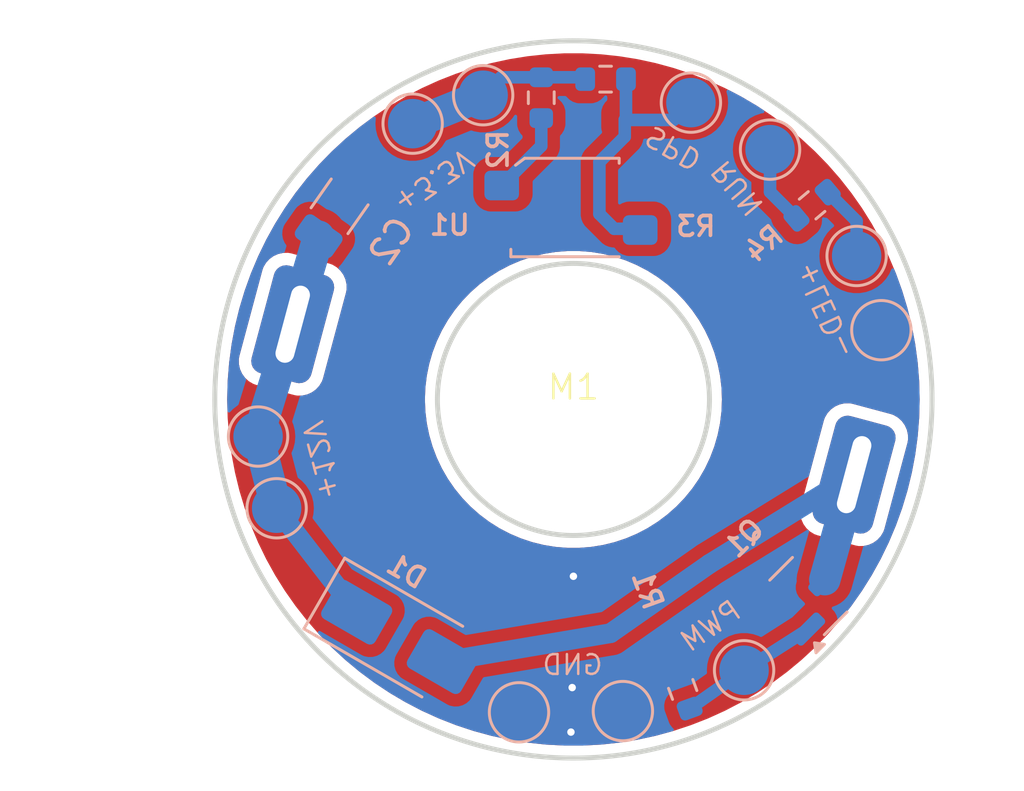
<source format=kicad_pcb>
(kicad_pcb (version 20240108) (generator "pcbnew") (generator_version "8.0")
  (layers (0 "F.Cu" signal) (31 "B.Cu" signal) (34 "B.Paste" user) (35 "F.Paste" user) (36 "B.SilkS" user "B.Silkscreen") (37 "F.SilkS" user "F.Silkscreen") (38 "B.Mask" user) (39 "F.Mask" user) (44 "Edge.Cuts" user))
  (net 0 "")
  (net 1 "GND")
  (net 2 "Net-(D1-A)")
  (net 3 "Net-(U1-A)")
  (net 4 "Net-(U1-C)")
  (net 5 "Net-(D1-K)")
  (net 6 "Net-(Q1-G)")
  (net 7 "Net-(P2-Pad1)")
  (net 8 "Net-(P7-Pad1)")
  (net 9 "Net-(P10-Pad1)")
  (footprint "Library:MOTOR_CKP_DC_S08" (layer "F.Cu") (at 119.45 74.25)
    (property "Reference" "M1" (at 0 -0.5 0) (layer "F.SilkS") (effects (font (thickness 0.1))))
    (property "Value" "CKP-DC-S08")
    (fp_circle (center 0 0) (end 5.5 0) (stroke (width 0.2)) (fill none) (layer "Edge.Cuts"))
    (pad "1" thru_hole roundrect (at -11.349628 -3.041124 345) (size 2.5 4.5) (drill oval 0.762 3.2) (layers "*.Cu" "*.Mask") (roundrect_rratio 0.2) (net 5 "Net-(D1-K)"))
    (pad "2" thru_hole roundrect (at 11.349628 3.041124 345) (size 2.5 4.5) (drill oval 0.762 3.2) (layers "*.Cu" "*.Mask") (roundrect_rratio 0.2) (net 2 "Net-(D1-A)"))
  )
  (footprint "Library:Everlight_ITR8307" (layer "B.Cu") (at 119.35 66.5 -90)
    (property "Reference" "U1" (at 0.7 4.9 0) (layer "B.SilkS") (effects (font (size 0.8 0.8)) (justify mirror)))
    (property "Value" "ITR8307")
    (fp_line (start 1.68 2.43) (end 1.98 2.43) (stroke (width 0.12)) (layer "B.SilkS"))
    (fp_line (start -2 1.87) (end -1.72 2.24) (stroke (width 0.12)) (layer "B.SilkS"))
    (fp_line (start -2 -1.94) (end -2 1.87) (stroke (width 0.12)) (layer "B.SilkS"))
    (fp_line (start -1.8 -1.95) (end -2 -1.95) (stroke (width 0.12)) (layer "B.SilkS"))
    (fp_line (start 1.98 -1.95) (end 1.98 2.43) (stroke (width 0.12)) (layer "B.SilkS"))
    (pad "1" smd roundrect (at -0.9 -2.8 90) (size 1.2 1.4) (layers "B.Cu" "B.Paste" "B.Mask") (roundrect_rratio 0.2) (net 1 "GND"))
    (pad "2" smd roundrect (at -0.9 2.8 90) (size 1.2 1.4) (layers "B.Cu" "B.Paste" "B.Mask") (roundrect_rratio 0.2) (net 3 "Net-(U1-A)"))
    (pad "3" smd roundrect (at 0.9 -2.8 90) (size 1.2 1.4) (layers "B.Cu" "B.Paste" "B.Mask") (roundrect_rratio 0.2) (net 4 "Net-(U1-C)"))
    (pad "4" smd roundrect (at 0.9 2.8 90) (size 1.2 1.4) (layers "B.Cu" "B.Paste" "B.Mask") (roundrect_rratio 0.2) (net 1 "GND"))
  )
  (footprint "Library:TestPoint_Pad_D2.0mm" (layer "B.Cu") (at 121.45 86.85 180)
    (property "Reference" "P9" (hide yes))
    (property "Value" "GND")
    (fp_circle (center 0 0) (end 0 -1.2) (stroke (width 0.12)) (fill none) (layer "B.SilkS"))
    (pad "1" smd circle (at 0 0) (size 2 2) (layers "B.Cu" "B.Mask") (net 1 "GND"))
  )
  (footprint "Library:SOT-23" (layer "B.Cu") (at 128.95 82.2 45)
    (property "Reference" "Q1" (at -0.176777 -3.500179 45) (layer "B.SilkS") (effects (font (size 0.8 0.8)) (justify mirror)))
    (property "Value" "AO3400A")
    (fp_line (start -0.65 -1.56) (end 0 -1.560001) (stroke (width 0.12)) (layer "B.SilkS"))
    (fp_line (start 0.65 -1.56) (end 0 -1.560001) (stroke (width 0.12)) (layer "B.SilkS"))
    (fp_line (start -0.65 1.56) (end 0 1.560001) (stroke (width 0.12)) (layer "B.SilkS"))
    (fp_line (start 0.65 1.56) (end 0 1.560001) (stroke (width 0.12)) (layer "B.SilkS"))
    (fp_poly (pts (xy -1.1625 1.51) (xy -1.4025 1.84) (xy -0.9225 1.839999) (xy -1.1625 1.51)) (stroke (width 0.12)) (fill solid) (layer "B.SilkS"))
    (pad "1" smd roundrect (at -0.9375 0.95 225) (size 1.475 0.6) (layers "B.Cu" "B.Paste" "B.Mask") (net 6 "Net-(Q1-G)"))
    (pad "2" smd roundrect (at -0.9375 -0.95 225) (size 1.475 0.6) (layers "B.Cu" "B.Paste" "B.Mask") (net 1 "GND"))
    (pad "3" smd roundrect (at 0.937501 0 225) (size 1.475 0.6) (layers "B.Cu" "B.Paste" "B.Mask") (net 2 "Net-(D1-A)"))
  )
  (footprint "Library:TestPoint_Pad_D2.0mm" (layer "B.Cu") (at 130.9 68.45 180)
    (property "Reference" "P10" (hide yes))
    (property "Value" "LED+")
    (fp_circle (center 0 0) (end 0 -1.2) (stroke (width 0.12)) (fill none) (layer "B.SilkS"))
    (pad "1" smd circle (at 0 0) (size 2 2) (layers "B.Cu" "B.Mask") (net 9 "Net-(P10-Pad1)"))
  )
  (footprint "Library:D_SMA" (layer "B.Cu") (at 112.417949 83.85 -30)
    (property "Reference" "D1" (at -1.080737 -2.435993 150) (layer "B.SilkS") (effects (font (size 0.8 0.8)) (justify mirror)))
    (property "Value" "SS14")
    (fp_line (start -3.510001 -1.65) (end -3.51 1.65) (stroke (width 0.12)) (layer "B.SilkS"))
    (fp_line (start 2 1.65) (end -3.51 1.65) (stroke (width 0.12)) (layer "B.SilkS"))
    (fp_line (start 2 -1.65) (end -3.510001 -1.65) (stroke (width 0.12)) (layer "B.SilkS"))
    (pad "1" smd roundrect (at -2 0 150) (size 2.5 1.8) (layers "B.Cu" "B.Paste" "B.Mask") (roundrect_rratio 0.1388888889) (net 5 "Net-(D1-K)"))
    (pad "2" smd roundrect (at 2 0 150) (size 2.5 1.8) (layers "B.Cu" "B.Paste" "B.Mask") (roundrect_rratio 0.1388888889) (net 2 "Net-(D1-A)"))
  )
  (footprint "Library:R_0603_1608Metric" (layer "B.Cu") (at 120.75 61.3)
    (property "Reference" "R3" (at 3.65 5.95 0) (layer "B.SilkS") (effects (font (size 0.8 0.8)) (justify mirror)))
    (property "Value" "47k (NC when MCU weak-pull-up is using)")
    (fp_line (start 0.237258 -0.5225) (end -0.237258 -0.5225) (stroke (width 0.12)) (layer "B.SilkS"))
    (fp_line (start 0.237258 0.5225) (end -0.237258 0.5225) (stroke (width 0.12)) (layer "B.SilkS"))
    (pad "1" smd roundrect (at -0.825 0 180) (size 0.8 0.95) (layers "B.Cu" "B.Paste" "B.Mask") (net 7 "Net-(P2-Pad1)"))
    (pad "2" smd roundrect (at 0.825 0 180) (size 0.8 0.95) (layers "B.Cu" "B.Paste" "B.Mask") (net 4 "Net-(U1-C)"))
  )
  (footprint "Library:TestPoint_Pad_D2.0mm" (layer "B.Cu") (at 117.25 86.9 180)
    (property "Reference" "P8" (hide yes))
    (property "Value" "GND")
    (fp_circle (center 0 0) (end 0 -1.2) (stroke (width 0.12)) (fill none) (layer "B.SilkS"))
    (pad "1" smd circle (at 0 0) (size 2 2) (layers "B.Cu" "B.Mask") (net 1 "GND"))
  )
  (footprint "Library:TestPoint_Pad_D2.0mm" (layer "B.Cu") (at 112.95 63.1 180)
    (property "Reference" "P3" (hide yes))
    (property "Value" "+3.3V")
    (fp_circle (center 0 0) (end 0 -1.2) (stroke (width 0.12)) (fill none) (layer "B.SilkS"))
    (pad "1" smd circle (at 0 0) (size 2 2) (layers "B.Cu" "B.Mask") (net 7 "Net-(P2-Pad1)"))
  )
  (footprint "Library:TestPoint_Pad_D2.0mm" (layer "B.Cu") (at 107.45 78.65 180)
    (property "Reference" "P5" (hide yes))
    (property "Value" "+12V")
    (fp_circle (center 0 0) (end 0 -1.2) (stroke (width 0.12)) (fill none) (layer "B.SilkS"))
    (pad "1" smd circle (at 0 0) (size 2 2) (layers "B.Cu" "B.Mask") (net 5 "Net-(D1-K)"))
  )
  (footprint "Library:R_0603_1608Metric" (layer "B.Cu") (at 118.15 62.05 -90)
    (property "Reference" "R2" (at 2.1 1.75 -90) (layer "B.SilkS") (effects (font (size 0.8 0.8)) (justify mirror)))
    (property "Value" "330")
    (fp_line (start 0.237258 0.5225) (end -0.237258 0.5225) (stroke (width 0.12)) (layer "B.SilkS"))
    (fp_line (start 0.237258 -0.5225) (end -0.237258 -0.5225) (stroke (width 0.12)) (layer "B.SilkS"))
    (pad "1" smd roundrect (at -0.825 0 90) (size 0.8 0.95) (layers "B.Cu" "B.Paste" "B.Mask") (net 7 "Net-(P2-Pad1)"))
    (pad "2" smd roundrect (at 0.825 0 90) (size 0.8 0.95) (layers "B.Cu" "B.Paste" "B.Mask") (net 3 "Net-(U1-A)"))
  )
  (footprint "Library:TestPoint_Pad_D2.0mm" (layer "B.Cu") (at 106.7 75.75 180)
    (property "Reference" "P4" (hide yes))
    (property "Value" "+12V")
    (fp_circle (center 0 0) (end 0 -1.2) (stroke (width 0.12)) (fill none) (layer "B.SilkS"))
    (pad "1" smd circle (at 0 0) (size 2 2) (layers "B.Cu" "B.Mask") (net 5 "Net-(D1-K)"))
  )
  (footprint "Library:TestPoint_Pad_D2.0mm" (layer "B.Cu") (at 127.4 64.15 180)
    (property "Reference" "P7" (hide yes))
    (property "Value" "RUN")
    (fp_circle (center 0 0) (end 0 -1.2) (stroke (width 0.12)) (fill none) (layer "B.SilkS"))
    (pad "1" smd circle (at 0 0) (size 2 2) (layers "B.Cu" "B.Mask") (net 8 "Net-(P7-Pad1)"))
  )
  (footprint "Library:TestPoint_Pad_D2.0mm" (layer "B.Cu") (at 115.8 61.95 180)
    (property "Reference" "P2" (hide yes))
    (property "Value" "+3.3V")
    (fp_circle (center 0 0) (end 0 -1.2) (stroke (width 0.12)) (fill none) (layer "B.SilkS"))
    (pad "1" smd circle (at 0 0) (size 2 2) (layers "B.Cu" "B.Mask") (net 7 "Net-(P2-Pad1)"))
  )
  (footprint "Library:R_0603_1608Metric" (layer "B.Cu") (at 123.867833 85.974754 110)
    (property "Reference" "R1" (at 4.266959 0.04422 -70) (layer "B.SilkS") (effects (font (size 0.8 0.8)) (justify mirror)))
    (property "Value" "47k")
    (fp_line (start 0.237258 -0.5225) (end -0.237258 -0.5225) (stroke (width 0.12)) (layer "B.SilkS"))
    (fp_line (start 0.237258 0.5225) (end -0.237258 0.5225) (stroke (width 0.12)) (layer "B.SilkS"))
    (pad "1" smd roundrect (at -0.825 0 290) (size 0.8 0.95) (layers "B.Cu" "B.Paste" "B.Mask") (net 6 "Net-(Q1-G)"))
    (pad "2" smd roundrect (at 0.825 0 290) (size 0.8 0.95) (layers "B.Cu" "B.Paste" "B.Mask") (net 1 "GND"))
  )
  (footprint "Library:TestPoint_Pad_D2.0mm" (layer "B.Cu") (at 131.9 71.45 180)
    (property "Reference" "P11" (hide yes))
    (property "Value" "LED-")
    (fp_circle (center 0 0) (end 0 -1.2) (stroke (width 0.12)) (fill none) (layer "B.SilkS"))
    (pad "1" smd circle (at 0 0) (size 2 2) (layers "B.Cu" "B.Mask") (net 1 "GND"))
  )
  (footprint "Library:R_0603_1608Metric" (layer "B.Cu") (at 129.1 66.4 40)
    (property "Reference" "R4" (at -2.490107 -0.066067 40) (layer "B.SilkS") (effects (font (size 0.8 0.8)) (justify mirror)))
    (property "Value" "470")
    (fp_line (start 0.237258 -0.5225) (end -0.237258 -0.5225) (stroke (width 0.12)) (layer "B.SilkS"))
    (fp_line (start 0.237258 0.5225) (end -0.237258 0.5225) (stroke (width 0.12)) (layer "B.SilkS"))
    (pad "1" smd roundrect (at -0.825 0 220) (size 0.8 0.95) (layers "B.Cu" "B.Paste" "B.Mask") (net 8 "Net-(P7-Pad1)"))
    (pad "2" smd roundrect (at 0.825 0 220) (size 0.8 0.95) (layers "B.Cu" "B.Paste" "B.Mask") (net 9 "Net-(P10-Pad1)"))
  )
  (footprint "Library:TestPoint_Pad_D2.0mm" (layer "B.Cu") (at 126.35 85.2 180)
    (property "Reference" "P1" (hide yes))
    (property "Value" "PWM")
    (fp_circle (center 0 0) (end 0 -1.2) (stroke (width 0.12)) (fill none) (layer "B.SilkS"))
    (pad "1" smd circle (at 0 0) (size 2 2) (layers "B.Cu" "B.Mask") (net 6 "Net-(Q1-G)"))
  )
  (footprint "Capacitor_SMD:C_1206_3216Metric" (layer "B.Cu") (at 109.996025 66.44175 -125)
    (property "Reference" "C2" (at -0.05322 -2.531214 -125) (layer "B.SilkS") (effects (justify mirror)))
    (property "Value" "4.7u/16V")
    (fp_line (start 0.711252 0.91) (end -0.711252 0.91) (stroke (width 0.12)) (layer "B.SilkS"))
    (fp_line (start 0.711252 -0.91) (end -0.711252 -0.91) (stroke (width 0.12)) (layer "B.SilkS"))
    (pad "1" smd roundrect (at -1.475 0.000001 235) (size 1.15 1.8) (layers "B.Cu" "B.Paste" "B.Mask") (roundrect_rratio 0.217391) (net 1 "GND"))
    (pad "2" smd roundrect (at 1.475 -0.000001 235) (size 1.15 1.8) (layers "B.Cu" "B.Paste" "B.Mask") (roundrect_rratio 0.217391) (net 5 "Net-(D1-K)"))
  )
  (footprint "Library:TestPoint_Pad_D2.0mm" (layer "B.Cu") (at 124.2 62.25 180)
    (property "Reference" "P6" (hide yes))
    (property "Value" "SPEED")
    (fp_circle (center 0 0) (end 0 -1.2) (stroke (width 0.12)) (fill none) (layer "B.SilkS"))
    (pad "1" smd circle (at 0 0) (size 2 2) (layers "B.Cu" "B.Mask") (net 4 "Net-(U1-C)"))
  )
  (gr_circle (center 119.45 74.25) (end 133.95 74.25) (stroke (width 0.2)) (fill none) (layer "Edge.Cuts"))
  (gr_text "PWM" (at 126.4 83 35) (layer "B.SilkS") (effects (font (size 0.8 0.8) (thickness 0.1)) (justify left bottom mirror)))
  (gr_text "+12V" (at 109.25 78.45 285) (layer "B.SilkS") (effects (font (size 0.8 0.8) (thickness 0.1)) (justify left bottom mirror)))
  (gr_text "+LED-" (at 129.15 68.5 115) (layer "B.SilkS") (effects (font (size 0.8 0.8) (thickness 0.1)) (justify left bottom mirror)))
  (gr_text "GND" (at 120.7 85.45 0) (layer "B.SilkS") (effects (font (size 0.8 0.8) (thickness 0.1)) (justify left bottom mirror)))
  (gr_text "SPD" (at 122.65 63.05 150) (layer "B.SilkS") (effects (font (size 0.8 0.8) (thickness 0.1)) (justify left bottom mirror)))
  (gr_text "+3.3V" (at 112 66.1 215) (layer "B.SilkS") (effects (font (size 0.8 0.8) (thickness 0.1)) (justify left bottom mirror)))
  (gr_text "RUN" (at 125.6 64.4 130) (layer "B.SilkS") (effects (font (size 0.8 0.8) (thickness 0.1)) (justify left bottom mirror)))
  (via (at 119.45 81.4) (size 0.6) (drill 0.3) (layers "F.Cu" "B.Cu") (net 1))
  (via (at 119.35 87.7) (size 0.6) (drill 0.3) (layers "F.Cu" "B.Cu") (net 1))
  (via (at 119.4 85.9) (size 0.6) (drill 0.3) (layers "F.Cu" "B.Cu") (net 1))
  (segment (start 122.3 85.7) (end 121.45 86.85) (width 1.27) (layer "B.Cu") (net 1))
  (segment (start 123.9 84.05) (end 123.585666 85.199508) (width 1.27) (layer "B.Cu") (net 1))
  (segment (start 117.25 86.9) (end 119.35 87.607515) (width 1.27) (layer "B.Cu") (net 1))
  (segment (start 125.5 82.65) (end 123.9 84.05) (width 1.27) (layer "B.Cu") (net 1))
  (segment (start 127.615336 82.191161) (end 125.5 82.65) (width 1.27) (layer "B.Cu") (net 1))
  (segment (start 121.45 86.85) (end 119.4 85.9) (width 1.27) (layer "B.Cu") (net 1))
  (segment (start 123.585666 85.199508) (end 122.3 85.7) (width 1.27) (layer "B.Cu") (net 1))
  (segment (start 119.4 85.9) (end 117.25 86.9) (width 1.27) (layer "B.Cu") (net 1))
  (segment (start 121.45 86.85) (end 119.35 87.607515) (width 1.27) (layer "B.Cu") (net 1))
  (segment (start 114.15 84.85) (end 120.95 83.7) (width 0.8) (layer "B.Cu") (net 2))
  (segment (start 124.95 80.9) (end 130.799628 77.291124) (width 0.8) (layer "B.Cu") (net 2))
  (segment (start 129.612913 81.537087) (end 130.799628 77.291124) (width 1.27) (layer "B.Cu") (net 2))
  (segment (start 120.95 83.7) (end 124.95 80.9) (width 0.8) (layer "B.Cu") (net 2))
  (segment (start 118.15 64) (end 116.6 65.55) (width 0.508) (layer "B.Cu") (net 3))
  (segment (start 118.15 62.875) (end 118.15 64) (width 0.508) (layer "B.Cu") (net 3))
  (segment (start 121.1 67.35) (end 122.2 67.35) (width 0.508) (layer "B.Cu") (net 4))
  (segment (start 124.2 62.25) (end 123.5 62.95) (width 0.508) (layer "B.Cu") (net 4))
  (segment (start 120.5 66.75) (end 121.1 67.35) (width 0.508) (layer "B.Cu") (net 4))
  (segment (start 123.5 62.95) (end 121.525 62.95) (width 0.508) (layer "B.Cu") (net 4))
  (segment (start 121.525 63.625) (end 120.5 64.65) (width 0.508) (layer "B.Cu") (net 4))
  (segment (start 121.575 62.9) (end 121.525 62.95) (width 0.508) (layer "B.Cu") (net 4))
  (segment (start 121.575 61.3) (end 121.575 62.9) (width 0.508) (layer "B.Cu") (net 4))
  (segment (start 120.5 64.65) (end 120.5 66.75) (width 0.508) (layer "B.Cu") (net 4))
  (segment (start 121.525 62.95) (end 121.525 63.625) (width 0.508) (layer "B.Cu") (net 4))
  (segment (start 110.685898 82.85) (end 107.45 78.65) (width 0.8) (layer "B.Cu") (net 5))
  (segment (start 106.7 75.75) (end 107.45 78.65) (width 1.27) (layer "B.Cu") (net 5))
  (segment (start 109.15 67.65) (end 108.100372 71.208876) (width 1.27) (layer "B.Cu") (net 5))
  (segment (start 108.100372 71.208876) (end 106.7 75.75) (width 1.27) (layer "B.Cu") (net 5))
  (segment (start 124.15 86.75) (end 126.35 85.2) (width 0.508) (layer "B.Cu") (net 6))
  (segment (start 126.249508 85.099508) (end 126.35 85.2) (width 0.508) (layer "B.Cu") (net 6))
  (segment (start 128.958839 83.534664) (end 126.35 85.2) (width 0.508) (layer "B.Cu") (net 6))
  (segment (start 116.525 61.225) (end 115.8 61.95) (width 0.508) (layer "B.Cu") (net 7))
  (segment (start 118.15 61.225) (end 119.85 61.225) (width 0.508) (layer "B.Cu") (net 7))
  (segment (start 118.15 61.225) (end 116.525 61.225) (width 0.508) (layer "B.Cu") (net 7))
  (segment (start 119.85 61.225) (end 119.925 61.3) (width 0.508) (layer "B.Cu") (net 7))
  (segment (start 112.95 63.1) (end 115.8 61.95) (width 1.27) (layer "B.Cu") (net 7))
  (segment (start 127.4 65.862287) (end 128.468013 66.9303) (width 0.508) (layer "B.Cu") (net 8))
  (segment (start 127.4 64.15) (end 127.4 65.862287) (width 0.508) (layer "B.Cu") (net 8))
  (segment (start 130.9 67.037713) (end 129.731987 65.8697) (width 0.508) (layer "B.Cu") (net 9))
  (segment (start 130.9 68.45) (end 130.9 67.037713) (width 0.508) (layer "B.Cu") (net 9))
  (zone (net 1) (net_name "GND") (layers "F&B.Cu") (connect_pads yes (clearance 0.5)) (min_thickness 0.127) (fill yes (thermal_gap 0.5) (thermal_bridge_width 1.5))
    (polygon (pts (xy 131.35 58.35) (xy 124.5 58.1) (xy 104.45 58.5) (xy 103.7 90.1) (xy 135.9 89.45) (xy 134.95 63.95) (xy 134.25 61.45)))
  )
)
</source>
